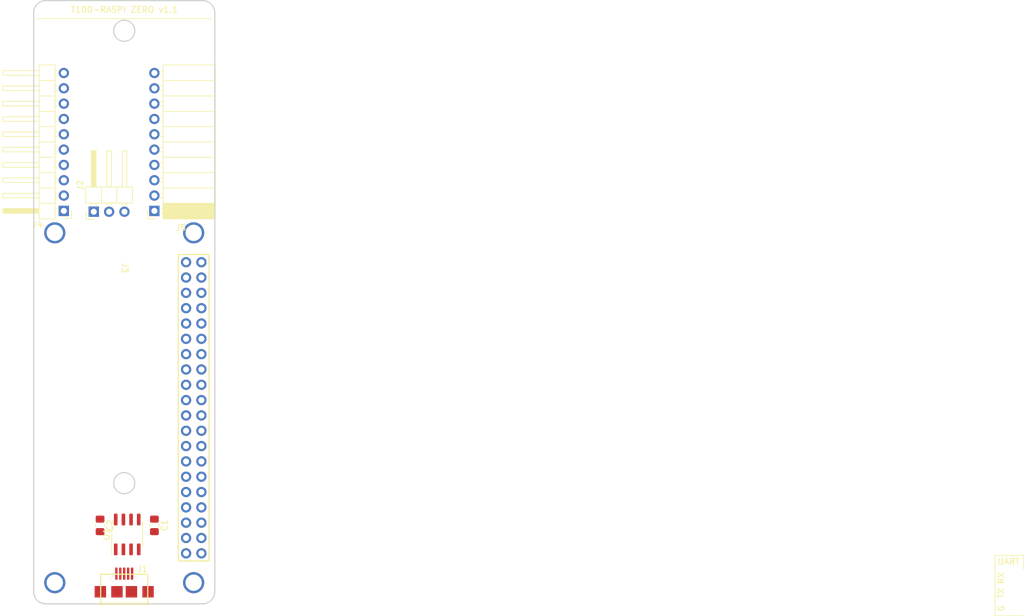
<source format=kicad_pcb>
(kicad_pcb (version 20211014) (generator pcbnew)
  (layers (0 "F.Cu" signal) (31 "B.Cu" signal) (34 "B.Paste" user) (35 "F.Paste" user) (36 "B.SilkS" user "B.Silkscreen") (37 "F.SilkS" user "F.Silkscreen") (38 "B.Mask" user) (39 "F.Mask" user) (44 "Edge.Cuts" user))
  (net 0 "")
  (net 1 "GND")
  (net 2 "Net-(C1-Pad1)")
  (net 3 "Net-(C2-Pad1)")
  (net 4 "+12V")
  (net 5 "+5V")
  (net 6 "+3V3")
  (net 7 "/RST")
  (net 8 "Net-(J1-Pad3)")
  (net 9 "Net-(J1-Pad2)")
  (net 10 "/MY_RXD")
  (net 11 "/MY_TXD")
  (net 20 "/IRQ")
  (net 37 "/SCL")
  (net 38 "/SDA")
  (footprint "Capacitor_SMD:C_0805_2012Metric_Pad1.18x1.45mm_HandSolder" (layer "F.Cu") (at 130 131.999999 -90)
    (fp_text reference "C1" (at 0 -1.68 90) (layer "F.SilkS"))
    (fp_text value "100n")
    (fp_line (start -0.261252 0.735) (end 0.261252 0.735) (layer "F.SilkS") (width 0.12))
    (fp_line (start -0.261252 -0.735) (end 0.261252 -0.735) (layer "F.SilkS") (width 0.12))
    (pad "1" smd roundrect locked (at -1.0375 0 270) (size 1.175 1.45) (layers "F.Cu" "F.Paste" "F.Mask") (roundrect_rratio 0.212766) (net 2 "Net-(C1-Pad1)"))
    (pad "2" smd roundrect locked (at 1.0375 0 270) (size 1.175 1.45) (layers "F.Cu" "F.Paste" "F.Mask") (roundrect_rratio 0.212766) (net 1 "GND"))
  )
  (footprint "Capacitor_SMD:C_0805_2012Metric_Pad1.18x1.45mm_HandSolder" (layer "F.Cu") (at 121 131.999999 -90)
    (fp_text reference "C2" (at 0 -1.68 90) (layer "F.SilkS"))
    (fp_text value "100n")
    (fp_line (start -0.261252 0.735) (end 0.261252 0.735) (layer "F.SilkS") (width 0.12))
    (fp_line (start -0.261252 -0.735) (end 0.261252 -0.735) (layer "F.SilkS") (width 0.12))
    (pad "1" smd roundrect locked (at -1.0375 0 270) (size 1.175 1.45) (layers "F.Cu" "F.Paste" "F.Mask") (roundrect_rratio 0.212766) (net 3 "Net-(C2-Pad1)"))
    (pad "2" smd roundrect locked (at 1.0375 0 270) (size 1.175 1.45) (layers "F.Cu" "F.Paste" "F.Mask") (roundrect_rratio 0.212766) (net 1 "GND"))
  )
  (footprint "Drake:conn_usb_B_micro_smd-2" (layer "F.Cu") (at 125 142.999999)
    (fp_text reference "J1" (at 3 -3.75) (layer "F.SilkS"))
    (fp_text value "USB_B_Micro" hide)
    (fp_line (start -3.8989 -2.90068) (end 3.8989 -2.90068) (layer "F.SilkS") (width 0.20066))
    (fp_line (start -4.20116 2.10058) (end 4.20116 2.10058) (layer "F.SilkS") (width 0.20066))
    (fp_line (start 3.8989 -2.90068) (end 3.8989 2.10058) (layer "F.SilkS") (width 0.20066))
    (fp_line (start -4.20116 1.89992) (end -4.20116 2.10058) (layer "F.SilkS") (width 0.20066))
    (fp_line (start 4.20116 2.10058) (end 4.20116 1.89992) (layer "F.SilkS") (width 0.20066))
    (fp_line (start -4.20116 1.99898) (end 4.20116 1.99898) (layer "F.SilkS") (width 0.20066))
    (fp_line (start 4.20116 1.89992) (end -4.20116 1.89992) (layer "F.SilkS") (width 0.20066))
    (fp_line (start -3.8989 2.10058) (end -3.8989 -2.90068) (layer "F.SilkS") (width 0.20066))
    (pad "1" smd rect locked (at -1.30048 -3) (size 0.39878 2) (layers "F.Cu" "F.Paste" "F.Mask") (net 2 "Net-(C1-Pad1)"))
    (pad "1" thru_hole circle locked (at -1.89992 -2.14884) (size 0.79756 0.79756) (drill 0.79756) (layers *.Cu *.Mask "F.SilkS") (net 2 "Net-(C1-Pad1)"))
    (pad "2" smd rect locked (at -0.6477 -3) (size 0.39878 2) (layers "F.Cu" "F.Paste" "F.Mask") (net 9 "Net-(J1-Pad2)"))
    (pad "3" smd rect locked (at 0 -3) (size 0.39878 2) (layers "F.Cu" "F.Paste" "F.Mask") (net 8 "Net-(J1-Pad3)"))
    (pad "4" smd rect locked (at 0.6477 -3) (size 0.39878 2) (layers "F.Cu" "F.Paste" "F.Mask"))
    (pad "5" thru_hole circle locked (at 1.89738 -2.1463) (size 0.79756 0.79756) (drill 0.79756) (layers *.Cu *.Mask "F.SilkS") (net 1 "GND"))
    (pad "5" smd rect locked (at 1.30048 -3) (size 0.39878 2) (layers "F.Cu" "F.Paste" "F.Mask") (net 1 "GND"))
    (pad "6" smd rect locked (at -1.19888 0) (size 1.89738 1.89738) (layers "F.Cu" "F.Paste" "F.Mask") (net 1 "GND"))
    (pad "6" smd rect locked (at 3.9497 0) (size 1.89738 1.89738) (layers "F.Cu" "F.Paste" "F.Mask") (net 1 "GND"))
    (pad "6" smd rect locked (at 1.19888 0) (size 1.89738 1.89738) (layers "F.Cu" "F.Paste" "F.Mask") (net 1 "GND"))
    (pad "6" smd rect locked (at -3.9497 0) (size 1.89738 1.89738) (layers "F.Cu" "F.Paste" "F.Mask") (net 1 "GND"))
  )
  (footprint "Connector_PinHeader_2.54mm:PinHeader_1x03_P2.54mm_Horizontal" (layer "F.Cu") (at 119.96 79.999999 90)
    (fp_text reference "J2" (at 4.385 -2.27 90) (layer "F.SilkS"))
    (fp_text value "UART")
    (fp_line (start 4.1 -1.33) (end 1.44 -1.33) (layer "F.SilkS") (width 0.12))
    (fp_line (start 4.1 -0.2) (end 10.1 -0.2) (layer "F.SilkS") (width 0.12))
    (fp_line (start 1.11 -0.38) (end 1.44 -0.38) (layer "F.SilkS") (width 0.12))
    (fp_line (start 4.1 -0.32) (end 10.1 -0.32) (layer "F.SilkS") (width 0.12))
    (fp_line (start 1.11 0.38) (end 1.44 0.38) (layer "F.SilkS") (width 0.12))
    (fp_line (start 1.042929 2.92) (end 1.44 2.92) (layer "F.SilkS") (width 0.12))
    (fp_line (start -1.27 -1.27) (end 0 -1.27) (layer "F.SilkS") (width 0.12))
    (fp_line (start 10.1 0.38) (end 4.1 0.38) (layer "F.SilkS") (width 0.12))
    (fp_line (start 1.44 1.27) (end 4.1 1.27) (layer "F.SilkS") (width 0.12))
    (fp_line (start 10.1 2.92) (end 4.1 2.92) (layer "F.SilkS") (width 0.12))
    (fp_line (start 4.1 0.04) (end 10.1 0.04) (layer "F.SilkS") (width 0.12))
    (fp_line (start 1.042929 4.7) (end 1.44 4.7) (layer "F.SilkS") (width 0.12))
    (fp_line (start 10.1 4.7) (end 10.1 5.46) (layer "F.SilkS") (width 0.12))
    (fp_line (start 1.042929 2.16) (end 1.44 2.16) (layer "F.SilkS") (width 0.12))
    (fp_line (start 1.042929 5.46) (end 1.44 5.46) (layer "F.SilkS") (width 0.12))
    (fp_line (start 4.1 2.16) (end 10.1 2.16) (layer "F.SilkS") (width 0.12))
    (fp_line (start 4.1 6.41) (end 4.1 -1.33) (layer "F.SilkS") (width 0.12))
    (fp_line (start 10.1 -0.38) (end 10.1 0.38) (layer "F.SilkS") (width 0.12))
    (fp_line (start 4.1 -0.38) (end 10.1 -0.38) (layer "F.SilkS") (width 0.12))
    (fp_line (start 1.44 -1.33) (end 1.44 6.41) (layer "F.SilkS") (width 0.12))
    (fp_line (start 10.1 2.16) (end 10.1 2.92) (layer "F.SilkS") (width 0.12))
    (fp_line (start 4.1 4.7) (end 10.1 4.7) (layer "F.SilkS") (width 0.12))
    (fp_line (start 4.1 0.28) (end 10.1 0.28) (layer "F.SilkS") (width 0.12))
    (fp_line (start 4.1 -0.08) (end 10.1 -0.08) (layer "F.SilkS") (width 0.12))
    (fp_line (start 10.1 5.46) (end 4.1 5.46) (layer "F.SilkS") (width 0.12))
    (fp_line (start 4.1 0.16) (end 10.1 0.16) (layer "F.SilkS") (width 0.12))
    (fp_line (start 1.44 6.41) (end 4.1 6.41) (layer "F.SilkS") (width 0.12))
    (fp_line (start -1.27 0) (end -1.27 -1.27) (layer "F.SilkS") (width 0.12))
    (fp_line (start 1.44 3.81) (end 4.1 3.81) (layer "F.SilkS") (width 0.12))
    (pad "1" thru_hole rect locked (at 0 0 90) (size 1.7 1.7) (drill 1) (layers *.Cu *.Mask) (net 1 "GND"))
    (pad "2" thru_hole oval locked (at 0 2.54 90) (size 1.7 1.7) (drill 1) (layers *.Cu *.Mask) (net 11 "/MY_TXD"))
    (pad "3" thru_hole oval locked (at 0 5.08 90) (size 1.7 1.7) (drill 1) (layers *.Cu *.Mask) (net 10 "/MY_RXD"))
  )
  (footprint "Package_SO:SOIC-8_3.9x4.9mm_P1.27mm" (layer "F.Cu") (at 125.5 133.499999 90)
    (fp_text reference "U1" (at 0 -3.4 90) (layer "F.SilkS"))
    (fp_text value "CH330N")
    (fp_line (start 0 2.56) (end 1.95 2.56) (layer "F.SilkS") (width 0.12))
    (fp_line (start 0 2.56) (end -1.95 2.56) (layer "F.SilkS") (width 0.12))
    (fp_line (start 0 -2.56) (end -3.45 -2.56) (layer "F.SilkS") (width 0.12))
    (fp_line (start 0 -2.56) (end 1.95 -2.56) (layer "F.SilkS") (width 0.12))
    (pad "1" smd roundrect locked (at -2.475 -1.905 90) (size 1.95 0.6) (layers "F.Cu" "F.Paste" "F.Mask") (net 8 "Net-(J1-Pad3)"))
    (pad "2" smd roundrect locked (at -2.475 -0.635 90) (size 1.95 0.6) (layers "F.Cu" "F.Paste" "F.Mask") (net 9 "Net-(J1-Pad2)"))
    (pad "3" smd roundrect locked (at -2.475 0.635 90) (size 1.95 0.6) (layers "F.Cu" "F.Paste" "F.Mask") (net 1 "GND"))
    (pad "4" smd roundrect locked (at -2.475 1.905 90) (size 1.95 0.6) (layers "F.Cu" "F.Paste" "F.Mask"))
    (pad "5" smd roundrect locked (at 2.475 1.905 90) (size 1.95 0.6) (layers "F.Cu" "F.Paste" "F.Mask") (net 2 "Net-(C1-Pad1)"))
    (pad "6" smd roundrect locked (at 2.475 0.635 90) (size 1.95 0.6) (layers "F.Cu" "F.Paste" "F.Mask") (net 10 "/MY_RXD"))
    (pad "7" smd roundrect locked (at 2.475 -0.635 90) (size 1.95 0.6) (layers "F.Cu" "F.Paste" "F.Mask") (net 11 "/MY_TXD"))
    (pad "8" smd roundrect locked (at 2.475 -1.905 90) (size 1.95 0.6) (layers "F.Cu" "F.Paste" "F.Mask") (net 3 "Net-(C2-Pad1)"))
  )
  (footprint "Connector_PinSocket_2.54mm:PinSocket_1x10_P2.54mm_Horizontal" (layer "F.Cu") (at 130.000001 79.859999 180)
    (fp_text reference "J5" (at -4.38 -2.77 180) (layer "F.SilkS"))
    (fp_text value "T100-OUT")
    (fp_line (start -10.09 -1.33) (end -10.09 24.19) (layer "F.SilkS") (width 0.12))
    (fp_line (start -10.09 0.797615) (end -1.46 0.797615) (layer "F.SilkS") (width 0.12))
    (fp_line (start -10.09 -0.73762) (end -1.46 -0.73762) (layer "F.SilkS") (width 0.12))
    (fp_line (start -10.09 -0.619525) (end -1.46 -0.619525) (layer "F.SilkS") (width 0.12))
    (fp_line (start -1.46 23.22) (end -1.05 23.22) (layer "F.SilkS") (width 0.12))
    (fp_line (start -10.09 13.97) (end -1.46 13.97) (layer "F.SilkS") (width 0.12))
    (fp_line (start -1.46 2.9) (end -1.05 2.9) (layer "F.SilkS") (width 0.12))
    (fp_line (start -10.09 21.59) (end -1.46 21.59) (layer "F.SilkS") (width 0.12))
    (fp_line (start -1.46 22.5) (end -1.05 22.5) (layer "F.SilkS") (width 0.12))
    (fp_line (start -10.09 0.325235) (end -1.46 0.325235) (layer "F.SilkS") (width 0.12))
    (fp_line (start -1.46 0.36) (end -1.11 0.36) (layer "F.SilkS") (width 0.12))
    (fp_line (start -1.46 9.8) (end -1.05 9.8) (layer "F.SilkS") (width 0.12))
    (fp_line (start -10.09 0.20714) (end -1.46 0.20714) (layer "F.SilkS") (width 0.12))
    (fp_line (start -10.09 -0.50143) (end -1.46 -0.50143) (layer "F.SilkS") (width 0.12))
    (fp_line (start -10.09 0.089045) (end -1.46 0.089045) (layer "F.SilkS") (width 0.12))
    (fp_line (start -10.09 -0.383335) (end -1.46 -0.383335) (layer "F.SilkS") (width 0.12))
    (fp_line (start -10.09 24.19) (end -1.46 24.19) (layer "F.SilkS") (width 0.12))
    (fp_line (start -10.09 0.44333) (end -1.46 0.44333) (layer "F.SilkS") (width 0.12))
    (fp_line (start -10.09 -1.091905) (end -1.46 -1.091905) (layer "F.SilkS") (width 0.12))
    (fp_line (start -1.46 10.52) (end -1.05 10.52) (layer "F.SilkS") (width 0.12))
    (fp_line (start -10.09 0.91571) (end -1.46 0.91571) (layer "F.SilkS") (width 0.12))
    (fp_line (start -10.09 -0.147145) (end -1.46 -0.147145) (layer "F.SilkS") (width 0.12))
    (fp_line (start -1.46 19.96) (end -1.05 19.96) (layer "F.SilkS") (width 0.12))
    (fp_line (start -1.46 7.26) (end -1.05 7.26) (layer "F.SilkS") (width 0.12))
    (fp_line (start -10.09 0.561425) (end -1.46 0.561425) (layer "F.SilkS") (width 0.12))
    (fp_line (start -10.09 1.27) (end -1.46 1.27) (layer "F.SilkS") (width 0.12))
    (fp_line (start -1.46 7.98) (end -1.05 7.98) (layer "F.SilkS") (width 0.12))
    (fp_line (start -1.46 2.18) (end -1.05 2.18) (layer "F.SilkS") (width 0.12))
    (fp_line (start -1.46 14.88) (end -1.05 14.88) (layer "F.SilkS") (width 0.12))
    (fp_line (start 1.11 -1.33) (end 1.11 0) (layer "F.SilkS") (width 0.12))
    (fp_line (start -1.46 5.44) (end -1.05 5.44) (layer "F.SilkS") (width 0.12))
    (fp_line (start -1.46 20.68) (end -1.05 20.68) (layer "F.SilkS") (width 0.12))
    (fp_line (start -10.09 -1.21) (end -1.46 -1.21) (layer "F.SilkS") (width 0.12))
    (fp_line (start -1.46 18.14) (end -1.05 18.14) (layer "F.SilkS") (width 0.12))
    (fp_line (start -1.46 12.34) (end -1.05 12.34) (layer "F.SilkS") (width 0.12))
    (fp_line (start -1.46 13.06) (end -1.05 13.06) (layer "F.SilkS") (width 0.12))
    (fp_line (start -10.09 3.81) (end -1.46 3.81) (layer "F.SilkS") (width 0.12))
    (fp_line (start -10.09 -0.02905) (end -1.46 -0.02905) (layer "F.SilkS") (width 0.12))
    (fp_line (start -1.46 -1.33) (end -1.46 24.19) (layer "F.SilkS") (width 0.12))
    (fp_line (start -10.09 -0.97381) (end -1.46 -0.97381) (layer "F.SilkS") (width 0.12))
    (fp_line (start -10.09 0.67952) (end -1.46 0.67952) (layer "F.SilkS") (width 0.12))
    (fp_line (start -10.09 6.35) (end -1.46 6.35) (layer "F.SilkS") (width 0.12))
    (fp_line (start -10.09 -0.855715) (end -1.46 -0.855715) (layer "F.SilkS") (width 0.12))
    (fp_line (start -10.09 -0.26524) (end -1.46 -0.26524) (layer "F.SilkS") (width 0.12))
    (fp_line (start -1.46 -0.36) (end -1.11 -0.36) (layer "F.SilkS") (width 0.12))
    (fp_line (start -10.09 1.033805) (end -1.46 1.033805) (layer "F.SilkS") (width 0.12))
    (fp_line (start -1.46 17.42) (end -1.05 17.42) (layer "F.SilkS") (width 0.12))
    (fp_line (start -10.09 19.05) (end -1.46 19.05) (layer "F.SilkS") (width 0.12))
    (fp_line (start -1.46 4.72) (end -1.05 4.72) (layer "F.SilkS") (width 0.12))
    (fp_line (start -10.09 1.1519) (end -1.46 1.1519) (layer "F.SilkS") (width 0.12))
    (fp_line (start -10.09 8.89) (end -1.46 8.89) (layer "F.SilkS") (width 0.12))
    (fp_line (start -1.46 15.6) (end -1.05 15.6) (layer "F.SilkS") (width 0.12))
    (fp_line (start -10.09 -1.33) (end -1.46 -1.33) (layer "F.SilkS") (width 0.12))
    (fp_line (start 0 -1.33) (end 1.11 -1.33) (layer "F.SilkS") (width 0.12))
    (fp_line (start -10.09 11.43) (end -1.46 11.43) (layer "F.SilkS") (width 0.12))
    (fp_line (start -10.09 16.51) (end -1.46 16.51) (layer "F.SilkS") (width 0.12))
    (pad "1" thru_hole rect locked (at 0 0 180) (size 1.7 1.7) (drill 1) (layers *.Cu *.Mask) (net 1 "GND"))
    (pad "2" thru_hole oval locked (at 0 2.54 180) (size 1.7 1.7) (drill 1) (layers *.Cu *.Mask) (net 37 "/SCL"))
    (pad "3" thru_hole oval locked (at 0 5.08 180) (size 1.7 1.7) (drill 1) (layers *.Cu *.Mask) (net 38 "/SDA"))
    (pad "4" thru_hole oval locked (at 0 7.62 180) (size 1.7 1.7) (drill 1) (layers *.Cu *.Mask) (net 20 "/IRQ"))
    (pad "5" thru_hole oval locked (at 0 10.16 180) (size 1.7 1.7) (drill 1) (layers *.Cu *.Mask) (net 7 "/RST"))
    (pad "6" thru_hole oval locked (at 0 12.7 180) (size 1.7 1.7) (drill 1) (layers *.Cu *.Mask) (net 6 "+3V3"))
    (pad "7" thru_hole oval locked (at 0 15.24 180) (size 1.7 1.7) (drill 1) (layers *.Cu *.Mask) (net 5 "+5V"))
    (pad "8" thru_hole oval locked (at 0 17.78 180) (size 1.7 1.7) (drill 1) (layers *.Cu *.Mask) (net 4 "+12V"))
    (pad "9" thru_hole oval locked (at 0 20.32 180) (size 1.7 1.7) (drill 1) (layers *.Cu *.Mask) (net 4 "+12V"))
    (pad "10" thru_hole oval locked (at 0 22.86 180) (size 1.7 1.7) (drill 1) (layers *.Cu *.Mask) (net 1 "GND"))
  )
  (footprint "Drake:Raspberry-Pi-Zero-2-W-horizontal-4-holes" (layer "F.Cu") (at 135.246571 88.369999 -90)
    (fp_text reference "J3" (at 0 10.16 -90 unlocked) (layer "F.SilkS") (effects (justify left)))
    (fp_text value "Raspberry_Pi_Zero_2_W")
    (fp_line (start -1.269999 -3.793429) (end -1.269999 -2.946763) (layer "F.SilkS") (width 0.2))
    (fp_line (start -1.269999 -2.946763) (end -1.269999 1.28657) (layer "F.SilkS") (width 0.2))
    (fp_line (start 49.53 -2.946763) (end 49.53 1.28657) (layer "F.SilkS") (width 0.2))
    (fp_line (start 49.53 -3.793429) (end -1.269999 -3.793429) (layer "F.SilkS") (width 0.2))
    (fp_line (start 49.53 1.28657) (end -1.269999 1.28657) (layer "F.SilkS") (width 0.2))
    (fp_line (start 49.53 -2.946763) (end 49.53 -3.793429) (layer "F.SilkS") (width 0.2))
    (pad "" thru_hole circle locked (at 53.13 21.74657 270) (size 3.5 3.5) (drill 2.7) (layers *.Cu *.Mask))
    (pad "" thru_hole circle locked (at 53.13 -1.253429 270) (size 3.5 3.5) (drill 2.7) (layers *.Cu *.Mask))
    (pad "" thru_hole circle locked (at -4.869999 21.74657 270) (size 3.5 3.5) (drill 2.7) (layers *.Cu *.Mask))
    (pad "" thru_hole circle locked (at -4.869999 -1.253429 270) (size 3.5 3.5) (drill 2.7) (layers *.Cu *.Mask))
    (pad "1" thru_hole circle locked (at 0 0 270) (size 1.7 1.7) (drill 1) (layers *.Cu *.Mask))
    (pad "2" thru_hole circle locked (at 0 -2.54 270) (size 1.7 1.7) (drill 1) (layers *.Cu *.Mask) (net 5 "+5V"))
    (pad "3" thru_hole circle locked (at 2.54 0 270) (size 1.7 1.7) (drill 1) (layers *.Cu *.Mask) (net 38 "/SDA"))
    (pad "4" thru_hole circle locked (at 2.54 -2.54 270) (size 1.7 1.7) (drill 1) (layers *.Cu *.Mask) (net 5 "+5V"))
    (pad "5" thru_hole circle locked (at 5.08 0 270) (size 1.7 1.7) (drill 1) (layers *.Cu *.Mask) (net 37 "/SCL"))
    (pad "6" thru_hole circle locked (at 5.08 -2.54 270) (size 1.7 1.7) (drill 1) (layers *.Cu *.Mask) (net 1 "GND"))
    (pad "7" thru_hole circle locked (at 7.62 0 270) (size 1.7 1.7) (drill 1) (layers *.Cu *.Mask))
    (pad "8" thru_hole circle locked (at 7.62 -2.54 270) (size 1.7 1.7) (drill 1) (layers *.Cu *.Mask) (net 11 "/MY_TXD"))
    (pad "9" thru_hole circle locked (at 10.16 0 270) (size 1.7 1.7) (drill 1) (layers *.Cu *.Mask) (net 1 "GND"))
    (pad "10" thru_hole circle locked (at 10.16 -2.54 270) (size 1.7 1.7) (drill 1) (layers *.Cu *.Mask) (net 10 "/MY_RXD"))
    (pad "11" thru_hole circle locked (at 12.7 0 270) (size 1.7 1.7) (drill 1) (layers *.Cu *.Mask))
    (pad "12" thru_hole circle locked (at 12.7 -2.54 270) (size 1.7 1.7) (drill 1) (layers *.Cu *.Mask))
    (pad "13" thru_hole circle locked (at 15.24 0 270) (size 1.7 1.7) (drill 1) (layers *.Cu *.Mask))
    (pad "14" thru_hole circle locked (at 15.24 -2.54 270) (size 1.7 1.7) (drill 1) (layers *.Cu *.Mask) (net 1 "GND"))
    (pad "15" thru_hole circle locked (at 17.78 0 270) (size 1.7 1.7) (drill 1) (layers *.Cu *.Mask))
    (pad "16" thru_hole circle locked (at 17.78 -2.54 270) (size 1.7 1.7) (drill 1) (layers *.Cu *.Mask))
    (pad "17" thru_hole circle locked (at 20.32 0 270) (size 1.7 1.7) (drill 1) (layers *.Cu *.Mask))
    (pad "18" thru_hole circle locked (at 20.32 -2.54 270) (size 1.7 1.7) (drill 1) (layers *.Cu *.Mask))
    (pad "19" thru_hole circle locked (at 22.86 0 270) (size 1.7 1.7) (drill 1) (layers *.Cu *.Mask))
    (pad "20" thru_hole circle locked (at 22.86 -2.54 270) (size 1.7 1.7) (drill 1) (layers *.Cu *.Mask) (net 1 "GND"))
    (pad "21" thru_hole circle locked (at 25.4 0 270) (size 1.7 1.7) (drill 1) (layers *.Cu *.Mask))
    (pad "22" thru_hole circle locked (at 25.4 -2.54 270) (size 1.7 1.7) (drill 1) (layers *.Cu *.Mask))
    (pad "23" thru_hole circle locked (at 27.94 0 270) (size 1.7 1.7) (drill 1) (layers *.Cu *.Mask))
    (pad "24" thru_hole circle locked (at 27.94 -2.54 270) (size 1.7 1.7) (drill 1) (layers *.Cu *.Mask))
    (pad "25" thru_hole circle locked (at 30.48 0 270) (size 1.7 1.7) (drill 1) (layers *.Cu *.Mask) (net 1 "GND"))
    (pad "26" thru_hole circle locked (at 30.48 -2.54 270) (size 1.7 1.7) (drill 1) (layers *.Cu *.Mask))
    (pad "27" thru_hole circle locked (at 33.02 0 270) (size 1.7 1.7) (drill 1) (layers *.Cu *.Mask))
    (pad "28" thru_hole circle locked (at 33.02 -2.54 270) (size 1.7 1.7) (drill 1) (layers *.Cu *.Mask))
    (pad "29" thru_hole circle locked (at 35.56 0 270) (size 1.7 1.7) (drill 1) (layers *.Cu *.Mask) (net 20 "/IRQ"))
    (pad "30" thru_hole circle locked (at 35.56 -2.54 270) (size 1.7 1.7) (drill 1) (layers *.Cu *.Mask) (net 1 "GND"))
    (pad "31" thru_hole circle locked (at 38.1 0 270) (size 1.7 1.7) (drill 1) (layers *.Cu *.Mask) (net 7 "/RST"))
    (pad "32" thru_hole circle locked (at 38.1 -2.54 270) (size 1.7 1.7) (drill 1) (layers *.Cu *.Mask))
    (pad "33" thru_hole circle locked (at 40.64 0 270) (size 1.7 1.7) (drill 1) (layers *.Cu *.Mask))
    (pad "34" thru_hole circle locked (at 40.64 -2.54 270) (size 1.7 1.7) (drill 1) (layers *.Cu *.Mask) (net 1 "GND"))
    (pad "35" thru_hole circle locked (at 43.18 0 270) (size 1.7 1.7) (drill 1) (layers *.Cu *.Mask))
    (pad "36" thru_hole circle locked (at 43.18 -2.54 270) (size 1.7 1.7) (drill 1) (layers *.Cu *.Mask))
    (pad "37" thru_hole circle locked (at 45.72 0 270) (size 1.7 1.7) (drill 1) (layers *.Cu *.Mask))
    (pad "38" thru_hole circle locked (at 45.72 -2.54 270) (size 1.7 1.7) (drill 1) (layers *.Cu *.Mask))
    (pad "39" thru_hole circle locked (at 48.26 0 270) (size 1.7 1.7) (drill 1) (layers *.Cu *.Mask) (net 1 "GND"))
    (pad "40" thru_hole circle locked (at 48.26 -2.54 270) (size 1.7 1.7) (drill 1) (layers *.Cu *.Mask))
  )
  (footprint "Connector_PinHeader_2.54mm:PinHeader_1x10_P2.54mm_Horizontal" (layer "F.Cu") (at 115.000001 79.859999 180)
    (fp_text reference "J4" (at 4.385 -2.27) (layer "F.SilkS"))
    (fp_text value "T100-IN")
    (fp_line (start 4.1 17.4) (end 10.1 17.4) (layer "F.SilkS") (width 0.12))
    (fp_line (start 1.44 21.59) (end 4.1 21.59) (layer "F.SilkS") (width 0.12))
    (fp_line (start 4.1 0.28) (end 10.1 0.28) (layer "F.SilkS") (width 0.12))
    (fp_line (start 10.1 14.86) (end 10.1 15.62) (layer "F.SilkS") (width 0.12))
    (fp_line (start 4.1 -0.08) (end 10.1 -0.08) (layer "F.SilkS") (width 0.12))
    (fp_line (start 1.44 24.19) (end 4.1 24.19) (layer "F.SilkS") (width 0.12))
    (fp_line (start 4.1 -0.32) (end 10.1 -0.32) (layer "F.SilkS") (width 0.12))
    (fp_line (start 4.1 9.78) (end 10.1 9.78) (layer "F.SilkS") (width 0.12))
    (fp_line (start 4.1 24.19) (end 4.1 -1.33) (layer "F.SilkS") (width 0.12))
    (fp_line (start 10.1 0.38) (end 4.1 0.38) (layer "F.SilkS") (width 0.12))
    (fp_line (start 1.042929 5.46) (end 1.44 5.46) (layer "F.SilkS") (width 0.12))
    (fp_line (start 10.1 7.24) (end 10.1 8) (layer "F.SilkS") (width 0.12))
    (fp_line (start 10.1 23.24) (end 4.1 23.24) (layer "F.SilkS") (width 0.12))
    (fp_line (start 1.44 16.51) (end 4.1 16.51) (layer "F.SilkS") (width 0.12))
    (fp_line (start 1.042929 23.24) (end 1.44 23.24) (layer "F.SilkS") (width 0.12))
    (fp_line (start 1.11 0.38) (end 1.44 0.38) (layer "F.SilkS") (width 0.12))
    (fp_line (start 1.042929 2.16) (end 1.44 2.16) (layer "F.SilkS") (width 0.12))
    (fp_line (start 1.042929 12.32) (end 1.44 12.32) (layer "F.SilkS") (width 0.12))
    (fp_line (start 10.1 20.7) (end 4.1 20.7) (layer "F.SilkS") (width 0.12))
    (fp_line (start 1.44 11.43) (end 4.1 11.43) (layer "F.SilkS") (width 0.12))
    (fp_line (start 1.042929 22.48) (end 1.44 22.48) (layer "F.SilkS") (width 0.12))
    (fp_line (start 10.1 8) (end 4.1 8) (layer "F.SilkS") (width 0.12))
    (fp_line (start 4.1 0.04) (end 10.1 0.04) (layer "F.SilkS") (width 0.12))
    (fp_line (start -1.27 0) (end -1.27 -1.27) (layer "F.SilkS") (width 0.12))
    (fp_line (start 1.44 6.35) (end 4.1 6.35) (layer "F.SilkS") (width 0.12))
    (fp_line (start 10.1 15.62) (end 4.1 15.62) (layer "F.SilkS") (width 0.12))
    (fp_line (start 4.1 2.16) (end 10.1 2.16) (layer "F.SilkS") (width 0.12))
    (fp_line (start 1.44 13.97) (end 4.1 13.97) (layer "F.SilkS") (width 0.12))
    (fp_line (start 10.1 19.94) (end 10.1 20.7) (layer "F.SilkS") (width 0.12))
    (fp_line (start 1.44 19.05) (end 4.1 19.05) (layer "F.SilkS") (width 0.12))
    (fp_line (start 1.042929 10.54) (end 1.44 10.54) (layer "F.SilkS") (width 0.12))
    (fp_line (start 10.1 13.08) (end 4.1 13.08) (layer "F.SilkS") (width 0.12))
    (fp_line (start 4.1 4.7) (end 10.1 4.7) (layer "F.SilkS") (width 0.12))
    (fp_line (start 10.1 22.48) (end 10.1 23.24) (layer "F.SilkS") (width 0.12))
    (fp_line (start 1.44 3.81) (end 4.1 3.81) (layer "F.SilkS") (width 0.12))
    (fp_line (start 1.44 -1.33) (end 1.44 24.19) (layer "F.SilkS") (width 0.12))
    (fp_line (start -1.27 -1.27) (end 0 -1.27) (layer "F.SilkS") (width 0.12))
    (fp_line (start 1.042929 4.7) (end 1.44 4.7) (layer "F.SilkS") (width 0.12))
    (fp_line (start 1.042929 13.08) (end 1.44 13.08) (layer "F.SilkS") (width 0.12))
    (fp_line (start 10.1 4.7) (end 10.1 5.46) (layer "F.SilkS") (width 0.12))
    (fp_line (start 4.1 14.86) (end 10.1 14.86) (layer "F.SilkS") (width 0.12))
    (fp_line (start 10.1 9.78) (end 10.1 10.54) (layer "F.SilkS") (width 0.12))
    (fp_line (start 10.1 12.32) (end 10.1 13.08) (layer "F.SilkS") (width 0.12))
    (fp_line (start 1.042929 19.94) (end 1.44 19.94) (layer "F.SilkS") (width 0.12))
    (fp_line (start 10.1 5.46) (end 4.1 5.46) (layer "F.SilkS") (width 0.12))
    (fp_line (start 1.44 8.89) (end 4.1 8.89) (layer "F.SilkS") (width 0.12))
    (fp_line (start 10.1 -0.38) (end 10.1 0.38) (layer "F.SilkS") (width 0.12))
    (fp_line (start 1.44 1.27) (end 4.1 1.27) (layer "F.SilkS") (width 0.12))
    (fp_line (start 1.042929 8) (end 1.44 8) (layer "F.SilkS") (width 0.12))
    (fp_line (start 10.1 18.16) (end 4.1 18.16) (layer "F.SilkS") (width 0.12))
    (fp_line (start 10.1 2.92) (end 4.1 2.92) (layer "F.SilkS") (width 0.12))
    (fp_line (start 1.042929 18.16) (end 1.44 18.16) (layer "F.SilkS") (width 0.12))
    (fp_line (start 1.11 -0.38) (end 1.44 -0.38) (layer "F.SilkS") (width 0.12))
    (fp_line (start 10.1 2.16) (end 10.1 2.92) (layer "F.SilkS") (width 0.12))
    (fp_line (start 4.1 12.32) (end 10.1 12.32) (layer "F.SilkS") (width 0.12))
    (fp_line (start 4.1 19.94) (end 10.1 19.94) (layer "F.SilkS") (width 0.12))
    (fp_line (start 1.042929 20.7) (end 1.44 20.7) (layer "F.SilkS") (width 0.12))
    (fp_line (start 1.042929 7.24) (end 1.44 7.24) (layer "F.SilkS") (width 0.12))
    (fp_line (start 1.042929 9.78) (end 1.44 9.78) (layer "F.SilkS") (width 0.12))
    (fp_line (start 1.042929 17.4) (end 1.44 17.4) (layer "F.SilkS") (width 0.12))
    (fp_line (start 4.1 7.24) (end 10.1 7.24) (layer "F.SilkS") (width 0.12))
    (fp_line (start 4.1 22.48) (end 10.1 22.48) (layer "F.SilkS") (width 0.12))
    (fp_line (start 4.1 -0.38) (end 10.1 -0.38) (layer "F.SilkS") (width 0.12))
    (fp_line (start 1.042929 14.86) (end 1.44 14.86) (layer "F.SilkS") (width 0.12))
    (fp_line (start 4.1 -1.33) (end 1.44 -1.33) (layer "F.SilkS") (width 0.12))
    (fp_line (start 10.1 10.54) (end 4.1 10.54) (layer "F.SilkS") (width 0.12))
    (fp_line (start 4.1 0.16) (end 10.1 0.16) (layer "F.SilkS") (width 0.12))
    (fp_line (start 1.042929 2.92) (end 1.44 2.92) (layer "F.SilkS") (width 0.12))
    (fp_line (start 10.1 17.4) (end 10.1 18.16) (layer "F.SilkS") (width 0.12))
    (fp_line (start 1.042929 15.62) (end 1.44 15.62) (layer "F.SilkS") (width 0.12))
    (fp_line (start 4.1 -0.2) (end 10.1 -0.2) (layer "F.SilkS") (width 0.12))
    (pad "1" thru_hole rect locked (at 0 0 180) (size 1.7 1.7) (drill 1) (layers *.Cu *.Mask) (net 1 "GND"))
    (pad "2" thru_hole oval locked (at 0 2.54 180) (size 1.7 1.7) (drill 1) (layers *.Cu *.Mask) (net 37 "/SCL"))
    (pad "3" thru_hole oval locked (at 0 5.08 180) (size 1.7 1.7) (drill 1) (layers *.Cu *.Mask) (net 38 "/SDA"))
    (pad "4" thru_hole oval locked (at 0 7.62 180) (size 1.7 1.7) (drill 1) (layers *.Cu *.Mask) (net 20 "/IRQ"))
    (pad "5" thru_hole oval locked (at 0 10.16 180) (size 1.7 1.7) (drill 1) (layers *.Cu *.Mask) (net 7 "/RST"))
    (pad "6" thru_hole oval locked (at 0 12.7 180) (size 1.7 1.7) (drill 1) (layers *.Cu *.Mask) (net 6 "+3V3"))
    (pad "7" thru_hole oval locked (at 0 15.24 180) (size 1.7 1.7) (drill 1) (layers *.Cu *.Mask) (net 5 "+5V"))
    (pad "8" thru_hole oval locked (at 0 17.78 180) (size 1.7 1.7) (drill 1) (layers *.Cu *.Mask) (net 4 "+12V"))
    (pad "9" thru_hole oval locked (at 0 20.32 180) (size 1.7 1.7) (drill 1) (layers *.Cu *.Mask) (net 4 "+12V"))
    (pad "10" thru_hole oval locked (at 0 22.86 180) (size 1.7 1.7) (drill 1) (layers *.Cu *.Mask) (net 1 "GND"))
  )
  (gr_line (start 269.25 146.999999) (end 274 146.999999) (layer "F.SilkS") (width 0.12))
  (gr_line (start 269.25 136.999999) (end 274 136.999999) (layer "F.SilkS") (width 0.12))
  (gr_line (start 139.5 47.999999) (end 110.5 47.999999) (layer "F.SilkS") (width 0.12))
  (gr_line (start 274 136.999999) (end 274 139.249999) (layer "F.SilkS") (width 0.12))
  (gr_line (start 269.25 146.999999) (end 269.25 136.999999) (layer "F.SilkS") (width 0.12))
  (gr_arc locked (start 140 142.999999) (mid 139.414214 144.414213) (end 138 144.999999) (layer "Edge.Cuts") (width 0.2))
  (gr_circle locked (center 125 124.999999) (end 126.75 124.999999) (layer "Edge.Cuts") (width 0.2) (fill none))
  (gr_arc locked (start 112.000001 144.999999) (mid 110.585787 144.414213) (end 110.000001 142.999999) (layer "Edge.Cuts") (width 0.2))
  (gr_line locked (start 110.000001 142.999999) (end 110.000001 46.999999) (layer "Edge.Cuts") (width 0.2))
  (gr_arc locked (start 138 44.999999) (mid 139.414214 45.585785) (end 140 46.999999) (layer "Edge.Cuts") (width 0.2))
  (gr_arc locked (start 110.000001 46.999999) (mid 110.585787 45.585785) (end 112.000001 44.999999) (layer "Edge.Cuts") (width 0.2))
  (gr_line locked (start 140 142.999999) (end 140 46.999999) (layer "Edge.Cuts") (width 0.2))
  (gr_circle locked (center 125 49.999999) (end 126.75 49.999999) (layer "Edge.Cuts") (width 0.2) (fill none))
  (gr_line locked (start 138 44.999999) (end 112.000001 44.999999) (layer "Edge.Cuts") (width 0.2))
  (gr_line locked (start 138 144.999999) (end 112.000001 144.999999) (layer "Edge.Cuts") (width 0.2))
  (gr_text "RX" (at 270.25 140.749999 90) (layer "F.SilkS") (effects (font (size 1 1))))
  (gr_text "T100-RASPI ZERO v1.1" (at 125 46.499999) (layer "F.SilkS") (effects (font (size 1 1))))
  (gr_text "G" (at 270.25 145.749999 90) (layer "F.SilkS") (effects (font (size 1 1))))
  (gr_text "UART" (at 271.5 137.999999) (layer "F.SilkS") (effects (font (size 1 1))))
  (gr_text "TX" (at 270.25 143.249999 90) (layer "F.SilkS") (effects (font (size 1 1))))
)
</source>
